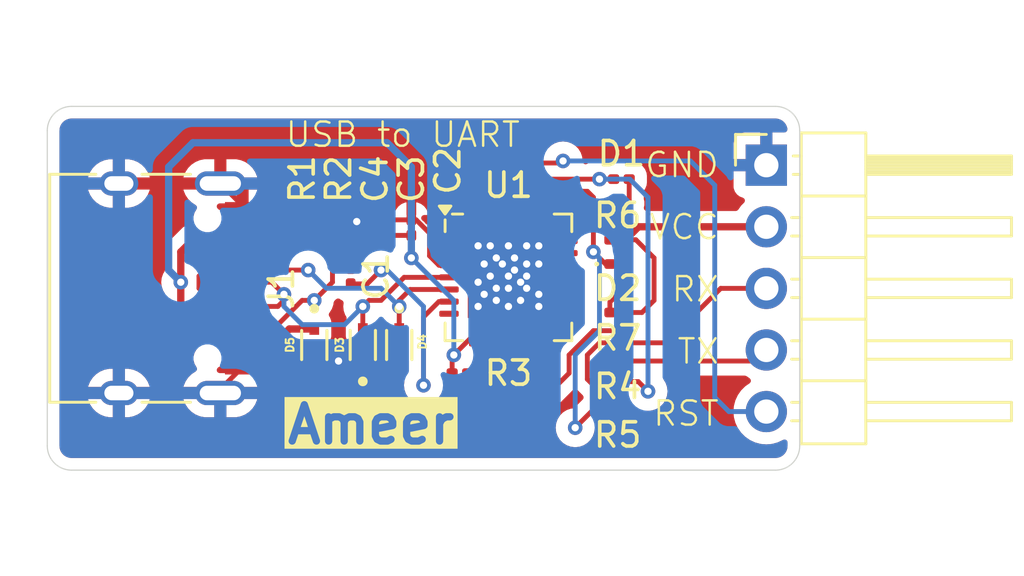
<source format=kicad_pcb>
(kicad_pcb (version 20241229) (generator "pcbnew") (generator_version "9.0")
  (layers (0 "F.Cu" signal) (2 "B.Cu" signal) (13 "F.Paste" user) (15 "B.Paste" user) (5 "F.SilkS" user "F.Silkscreen") (7 "B.SilkS" user "B.Silkscreen") (1 "F.Mask" user) (3 "B.Mask" user) (25 "Edge.Cuts" user))
  (net 0 "")
  (net 1 "GND")
  (net 2 "Net-(U1-VDD)")
  (net 3 "/RST")
  (net 4 "Net-(U1-~{DTR})")
  (net 5 "/VBUS")
  (net 6 "Net-(D1-K)")
  (net 7 "Net-(D1-A)")
  (net 8 "Net-(D2-A)")
  (net 9 "Net-(D2-K)")
  (net 10 "/D+")
  (net 11 "/D-")
  (net 12 "Net-(J1-CC2)")
  (net 15 "Net-(J1-CC1)")
  (net 16 "/TX")
  (net 17 "/RX")
  (net 18 "Net-(U1-~{RST})")
  (footprint "Connector_PinHeader_2.54mm:PinHeader_1x05_P2.54mm_Horizontal" (layer "F.Cu") (at 163.625 131.925)
    (property "Reference" "J2" (hide yes))
    (property "Value" "Conn_01x05_Pin")
    (fp_line (start -1.27 -1.27) (end 0 -1.27) (stroke (width 0.12)) (layer "F.SilkS"))
    (fp_line (start -1.27 0) (end -1.27 -1.27) (stroke (width 0.12)) (layer "F.SilkS"))
    (fp_line (start 1.042929 2.16) (end 1.44 2.16) (stroke (width 0.12)) (layer "F.SilkS"))
    (fp_line (start 1.042929 2.92) (end 1.44 2.92) (stroke (width 0.12)) (layer "F.SilkS"))
    (fp_line (start 1.042929 4.7) (end 1.44 4.7) (stroke (width 0.12)) (layer "F.SilkS"))
    (fp_line (start 1.042929 5.46) (end 1.44 5.46) (stroke (width 0.12)) (layer "F.SilkS"))
    (fp_line (start 1.042929 7.24) (end 1.44 7.24) (stroke (width 0.12)) (layer "F.SilkS"))
    (fp_line (start 1.042929 8) (end 1.44 8) (stroke (width 0.12)) (layer "F.SilkS"))
    (fp_line (start 1.042929 9.78) (end 1.44 9.78) (stroke (width 0.12)) (layer "F.SilkS"))
    (fp_line (start 1.042929 10.54) (end 1.44 10.54) (stroke (width 0.12)) (layer "F.SilkS"))
    (fp_line (start 1.11 -0.38) (end 1.44 -0.38) (stroke (width 0.12)) (layer "F.SilkS"))
    (fp_line (start 1.11 0.38) (end 1.44 0.38) (stroke (width 0.12)) (layer "F.SilkS"))
    (fp_line (start 1.44 -1.33) (end 1.44 11.49) (stroke (width 0.12)) (layer "F.SilkS"))
    (fp_line (start 1.44 1.27) (end 4.1 1.27) (stroke (width 0.12)) (layer "F.SilkS"))
    (fp_line (start 1.44 3.81) (end 4.1 3.81) (stroke (width 0.12)) (layer "F.SilkS"))
    (fp_line (start 1.44 6.35) (end 4.1 6.35) (stroke (width 0.12)) (layer "F.SilkS"))
    (fp_line (start 1.44 8.89) (end 4.1 8.89) (stroke (width 0.12)) (layer "F.SilkS"))
    (fp_line (start 1.44 11.49) (end 4.1 11.49) (stroke (width 0.12)) (layer "F.SilkS"))
    (fp_line (start 4.1 -1.33) (end 1.44 -1.33) (stroke (width 0.12)) (layer "F.SilkS"))
    (fp_line (start 4.1 -0.38) (end 10.1 -0.38) (stroke (width 0.12)) (layer "F.SilkS"))
    (fp_line (start 4.1 -0.32) (end 10.1 -0.32) (stroke (width 0.12)) (layer "F.SilkS"))
    (fp_line (start 4.1 -0.2) (end 10.1 -0.2) (stroke (width 0.12)) (layer "F.SilkS"))
    (fp_line (start 4.1 -0.08) (end 10.1 -0.08) (stroke (width 0.12)) (layer "F.SilkS"))
    (fp_line (start 4.1 0.04) (end 10.1 0.04) (stroke (width 0.12)) (layer "F.SilkS"))
    (fp_line (start 4.1 0.16) (end 10.1 0.16) (stroke (width 0.12)) (layer "F.SilkS"))
    (fp_line (start 4.1 0.28) (end 10.1 0.28) (stroke (width 0.12)) (layer "F.SilkS"))
    (fp_line (start 4.1 2.16) (end 10.1 2.16) (stroke (width 0.12)) (layer "F.SilkS"))
    (fp_line (start 4.1 4.7) (end 10.1 4.7) (stroke (width 0.12)) (layer "F.SilkS"))
    (fp_line (start 4.1 7.24) (end 10.1 7.24) (stroke (width 0.12)) (layer "F.SilkS"))
    (fp_line (start 4.1 9.78) (end 10.1 9.78) (stroke (width 0.12)) (layer "F.SilkS"))
    (fp_line (start 4.1 11.49) (end 4.1 -1.33) (stroke (width 0.12)) (layer "F.SilkS"))
    (fp_line (start 10.1 -0.38) (end 10.1 0.38) (stroke (width 0.12)) (layer "F.SilkS"))
    (fp_line (start 10.1 0.38) (end 4.1 0.38) (stroke (width 0.12)) (layer "F.SilkS"))
    (fp_line (start 10.1 2.16) (end 10.1 2.92) (stroke (width 0.12)) (layer "F.SilkS"))
    (fp_line (start 10.1 2.92) (end 4.1 2.92) (stroke (width 0.12)) (layer "F.SilkS"))
    (fp_line (start 10.1 4.7) (end 10.1 5.46) (stroke (width 0.12)) (layer "F.SilkS"))
    (fp_line (start 10.1 5.46) (end 4.1 5.46) (stroke (width 0.12)) (layer "F.SilkS"))
    (fp_line (start 10.1 7.24) (end 10.1 8) (stroke (width 0.12)) (layer "F.SilkS"))
    (fp_line (start 10.1 8) (end 4.1 8) (stroke (width 0.12)) (layer "F.SilkS"))
    (fp_line (start 10.1 9.78) (end 10.1 10.54) (stroke (width 0.12)) (layer "F.SilkS"))
    (fp_line (start 10.1 10.54) (end 4.1 10.54) (stroke (width 0.12)) (layer "F.SilkS"))
    (pad "1" thru_hole rect (at 0 0) (size 1.7 1.7) (drill 1) (layers "*.Cu" "*.Mask") (net 1 "GND"))
    (pad "2" thru_hole oval (at 0 2.54) (size 1.7 1.7) (drill 1) (layers "*.Cu" "*.Mask") (net 5 "/VBUS"))
    (pad "3" thru_hole oval (at 0 5.08) (size 1.7 1.7) (drill 1) (layers "*.Cu" "*.Mask") (net 17 "/RX"))
    (pad "4" thru_hole oval (at 0 7.62) (size 1.7 1.7) (drill 1) (layers "*.Cu" "*.Mask") (net 16 "/TX"))
    (pad "5" thru_hole oval (at 0 10.16) (size 1.7 1.7) (drill 1) (layers "*.Cu" "*.Mask") (net 3 "/RST"))
  )
  (footprint "LESD5D5.0CT1G:TVS_LESD5D5.0CT1G" (layer "F.Cu") (at 145 139.34 -90)
    (property "Reference" "D5" (at 0 1 90) (layer "F.SilkS") (effects (font (size 0.32 0.32))))
    (property "Value" "LESD5D5.0CT1G")
    (fp_line (start 0.6 0.52) (end -0.6 0.52) (stroke (width 0.127)) (layer "F.SilkS"))
    (fp_line (start -0.6 -0.52) (end 0.6 -0.52) (stroke (width 0.127)) (layer "F.SilkS"))
    (fp_circle (center -1.5 0) (end -1.4 0) (stroke (width 0.2)) (fill no) (layer "F.SilkS"))
    (pad "1" smd rect (at -0.66 0 270) (size 0.48 0.4) (layers "F.Cu" "F.Mask" "F.Paste") (net 5 "/VBUS"))
    (pad "2" smd rect (at 0.66 0 270) (size 0.48 0.4) (layers "F.Cu" "F.Mask" "F.Paste") (net 1 "GND"))
  )
  (footprint "Resistor_SMD:R_0201_0603Metric" (layer "F.Cu") (at 157.5 135 180)
    (property "Reference" "R6" (at 0 1 0) (layer "F.SilkS"))
    (property "Value" "1K")
    (pad "1" smd roundrect (at -0.32 0 180) (size 0.46 0.4) (layers "F.Cu" "F.Mask") (net 5 "/VBUS"))
    (pad "2" smd roundrect (at 0.32 0 180) (size 0.46 0.4) (layers "F.Cu" "F.Mask") (net 7 "Net-(D1-A)"))
  )
  (footprint "LESD5D5.0CT1G:TVS_LESD5D5.0CT1G" (layer "F.Cu") (at 148.5 139.34 -90)
    (property "Reference" "D4" (at -0.134 -0.9532 90) (layer "F.SilkS") (effects (font (size 0.32 0.32))))
    (property "Value" "LESD5D5.0CT1G")
    (fp_line (start 0.6 0.52) (end -0.6 0.52) (stroke (width 0.127)) (layer "F.SilkS"))
    (fp_line (start -0.6 -0.52) (end 0.6 -0.52) (stroke (width 0.127)) (layer "F.SilkS"))
    (fp_circle (center -1.5 0) (end -1.4 0) (stroke (width 0.2)) (fill no) (layer "F.SilkS"))
    (pad "1" smd rect (at -0.66 0 270) (size 0.48 0.4) (layers "F.Cu" "F.Mask" "F.Paste") (net 11 "/D-"))
    (pad "2" smd rect (at 0.66 0 270) (size 0.48 0.4) (layers "F.Cu" "F.Mask" "F.Paste") (net 1 "GND"))
  )
  (footprint "Resistor_SMD:R_0201_0603Metric" (layer "F.Cu") (at 144.5 134.5 90)
    (property "Reference" "R1" (at 2 0 90) (layer "F.SilkS"))
    (property "Value" "5.1K")
    (pad "1" smd roundrect (at -0.32 0 90) (size 0.46 0.4) (layers "F.Cu" "F.Mask") (net 15 "Net-(J1-CC1)"))
    (pad "2" smd roundrect (at 0.32 0 90) (size 0.46 0.4) (layers "F.Cu" "F.Mask") (net 1 "GND"))
  )
  (footprint "Package_DFN_QFN:QFN-28-1EP_5x5mm_P0.5mm_EP3.35x3.35mm" (layer "F.Cu") (at 153 136.55)
    (property "Reference" "U1" (at 0 -3.8 0) (layer "F.SilkS"))
    (property "Value" "CP2102N-Axx-xQFN28")
    (fp_line (start -2.61 -1.885) (end -2.61 -2.37) (stroke (width 0.12)) (layer "F.SilkS"))
    (fp_line (start -2.61 2.61) (end -2.61 1.885) (stroke (width 0.12)) (layer "F.SilkS"))
    (fp_line (start -1.885 -2.61) (end -2.31 -2.61) (stroke (width 0.12)) (layer "F.SilkS"))
    (fp_line (start -1.885 2.61) (end -2.61 2.61) (stroke (width 0.12)) (layer "F.SilkS"))
    (fp_line (start 1.885 -2.61) (end 2.61 -2.61) (stroke (width 0.12)) (layer "F.SilkS"))
    (fp_line (start 1.885 2.61) (end 2.61 2.61) (stroke (width 0.12)) (layer "F.SilkS"))
    (fp_line (start 2.61 -2.61) (end 2.61 -1.885) (stroke (width 0.12)) (layer "F.SilkS"))
    (fp_line (start 2.61 2.61) (end 2.61 1.885) (stroke (width 0.12)) (layer "F.SilkS"))
    (fp_poly (pts (xy -2.61 -2.61) (xy -2.85 -2.94) (xy -2.37 -2.94) (xy -2.61 -2.61)) (stroke (width 0.12)) (fill yes) (layer "F.SilkS"))
    (pad "1" smd roundrect (at -2.45 -1.5) (size 0.8 0.25) (layers "F.Cu" "F.Mask" "F.Paste"))
    (pad "2" smd roundrect (at -2.45 -1) (size 0.8 0.25) (layers "F.Cu" "F.Mask" "F.Paste"))
    (pad "3" smd roundrect (at -2.45 -0.5) (size 0.8 0.25) (layers "F.Cu" "F.Mask" "F.Paste") (net 1 "GND"))
    (pad "4" smd roundrect (at -2.45 0) (size 0.8 0.25) (layers "F.Cu" "F.Mask" "F.Paste") (net 10 "/D+"))
    (pad "5" smd roundrect (at -2.45 0.5) (size 0.8 0.25) (layers "F.Cu" "F.Mask" "F.Paste") (net 11 "/D-"))
    (pad "6" smd roundrect (at -2.45 1) (size 0.8 0.25) (layers "F.Cu" "F.Mask" "F.Paste") (net 2 "Net-(U1-VDD)"))
    (pad "7" smd roundrect (at -2.45 1.5) (size 0.8 0.25) (layers "F.Cu" "F.Mask" "F.Paste") (net 5 "/VBUS"))
    (pad "8" smd roundrect (at -1.5 2.45) (size 0.25 0.8) (layers "F.Cu" "F.Mask" "F.Paste") (net 5 "/VBUS"))
    (pad "9" smd roundrect (at -1 2.45) (size 0.25 0.8) (layers "F.Cu" "F.Mask" "F.Paste") (net 18 "Net-(U1-~{RST})"))
    (pad "10" smd roundrect (at -0.5 2.45) (size 0.25 0.8) (layers "F.Cu" "F.Mask" "F.Paste"))
    (pad "11" smd roundrect (at 0 2.45) (size 0.25 0.8) (layers "F.Cu" "F.Mask" "F.Paste"))
    (pad "12" smd roundrect (at 0.5 2.45) (size 0.25 0.8) (layers "F.Cu" "F.Mask" "F.Paste"))
    (pad "13" smd roundrect (at 1 2.45) (size 0.25 0.8) (layers "F.Cu" "F.Mask" "F.Paste"))
    (pad "14" smd roundrect (at 1.5 2.45) (size 0.25 0.8) (layers "F.Cu" "F.Mask" "F.Paste"))
    (pad "15" smd roundrect (at 2.45 1.5) (size 0.8 0.25) (layers "F.Cu" "F.Mask" "F.Paste"))
    (pad "16" smd roundrect (at 2.45 1) (size 0.8 0.25) (layers "F.Cu" "F.Mask" "F.Paste"))
    (pad "17" smd roundrect (at 2.45 0.5) (size 0.8 0.25) (layers "F.Cu" "F.Mask" "F.Paste"))
    (pad "18" smd roundrect (at 2.45 0) (size 0.8 0.25) (layers "F.Cu" "F.Mask" "F.Paste"))
    (pad "19" smd roundrect (at 2.45 -0.5) (size 0.8 0.25) (layers "F.Cu" "F.Mask" "F.Paste"))
    (pad "20" smd roundrect (at 2.45 -1) (size 0.8 0.25) (layers "F.Cu" "F.Mask" "F.Paste"))
    (pad "21" smd roundrect (at 2.45 -1.5) (size 0.8 0.25) (layers "F.Cu" "F.Mask" "F.Paste"))
    (pad "22" smd roundrect (at 1.5 -2.45) (size 0.25 0.8) (layers "F.Cu" "F.Mask" "F.Paste"))
    (pad "23" smd roundrect (at 1 -2.45) (size 0.25 0.8) (layers "F.Cu" "F.Mask" "F.Paste"))
    (pad "24" smd roundrect (at 0.5 -2.45) (size 0.25 0.8) (layers "F.Cu" "F.Mask" "F.Paste"))
    (pad "25" smd roundrect (at 0 -2.45) (size 0.25 0.8) (layers "F.Cu" "F.Mask" "F.Paste") (net 9 "Net-(D2-K)"))
    (pad "26" smd roundrect (at -0.5 -2.45) (size 0.25 0.8) (layers "F.Cu" "F.Mask" "F.Paste") (net 6 "Net-(D1-K)"))
    (pad "27" smd roundrect (at -1 -2.45) (size 0.25 0.8) (layers "F.Cu" "F.Mask" "F.Paste"))
    (pad "28" smd roundrect (at -1.5 -2.45) (size 0.25 0.8) (layers "F.Cu" "F.Mask" "F.Paste") (net 4 "Net-(U1-~{DTR})"))
    (pad "29" smd rect (at 0 0) (size 3.35 3.35) (property pad_prop_heatsink) (layers "F.Cu" "F.Mask") (net 1 "GND"))
  )
  (footprint "LED_SMD:LED_0201_0603Metric" (layer "F.Cu") (at 157.655 132.5)
    (property "Reference" "D1" (at 0 -1.05 0) (layer "F.SilkS"))
    (property "Value" "LED")
    (fp_circle (center -0.86 0) (end -0.81 0) (stroke (width 0.1)) (fill no) (layer "F.SilkS"))
    (pad "1" smd roundrect (at -0.32 0) (size 0.46 0.4) (layers "F.Cu" "F.Mask") (net 6 "Net-(D1-K)"))
    (pad "2" smd roundrect (at 0.32 0) (size 0.46 0.4) (layers "F.Cu" "F.Mask") (net 7 "Net-(D1-A)"))
  )
  (footprint "Resistor_SMD:R_0201_0603Metric" (layer "F.Cu") (at 151 140.5)
    (property "Reference" "R3" (at 2 0 0) (layer "F.SilkS"))
    (property "Value" "10K")
    (pad "1" smd roundrect (at -0.32 0) (size 0.46 0.4) (layers "F.Cu" "F.Mask") (net 5 "/VBUS"))
    (pad "2" smd roundrect (at 0.32 0) (size 0.46 0.4) (layers "F.Cu" "F.Mask") (net 18 "Net-(U1-~{RST})"))
  )
  (footprint "Connector_USB:USB_C_Receptacle_HRO_TYPE-C-31-M-12" (layer "F.Cu") (at 138 137 -90)
    (property "Reference" "J1" (at 0 -5.645 90) (layer "F.SilkS"))
    (property "Value" "USB_C_Receptacle_USB2.0_16P")
    (fp_line (start -4.7 3.9) (end 4.7 3.9) (stroke (width 0.12)) (layer "F.SilkS"))
    (fp_line (start -4.7 2) (end -4.7 3.9) (stroke (width 0.12)) (layer "F.SilkS"))
    (fp_line (start 4.7 2) (end 4.7 3.9) (stroke (width 0.12)) (layer "F.SilkS"))
    (fp_line (start -4.7 -1.9) (end -4.7 0.1) (stroke (width 0.12)) (layer "F.SilkS"))
    (fp_line (start 4.7 -1.9) (end 4.7 0.1) (stroke (width 0.12)) (layer "F.SilkS"))
    (pad "" np_thru_hole circle (at -2.89 -2.6 270) (size 0.65 0.65) (drill 0.65) (layers "*.Cu" "*.Mask"))
    (pad "" np_thru_hole circle (at 2.89 -2.6 270) (size 0.65 0.65) (drill 0.65) (layers "*.Cu" "*.Mask"))
    (pad "A1" smd rect (at -3.25 -4.045 270) (size 0.6 1.45) (layers "F.Cu" "F.Mask" "F.Paste") (net 1 "GND"))
    (pad "A4" smd rect (at -2.45 -4.045 270) (size 0.6 1.45) (layers "F.Cu" "F.Mask" "F.Paste") (net 5 "/VBUS"))
    (pad "A5" smd rect (at -1.25 -4.045 270) (size 0.3 1.45) (layers "F.Cu" "F.Mask" "F.Paste") (net 15 "Net-(J1-CC1)"))
    (pad "A6" smd rect (at -0.25 -4.045 270) (size 0.3 1.45) (layers "F.Cu" "F.Mask" "F.Paste") (net 10 "/D+"))
    (pad "A7" smd rect (at 0.25 -4.045 270) (size 0.3 1.45) (layers "F.Cu" "F.Mask" "F.Paste") (net 11 "/D-"))
    (pad "A8" smd rect (at 1.25 -4.045 270) (size 0.3 1.45) (layers "F.Cu" "F.Mask" "F.Paste"))
    (pad "A9" smd rect (at 2.45 -4.045 270) (size 0.6 1.45) (layers "F.Cu" "F.Mask" "F.Paste") (net 5 "/VBUS"))
    (pad "A12" smd rect (at 3.25 -4.045 270) (size 0.6 1.45) (layers "F.Cu" "F.Mask" "F.Paste") (net 1 "GND"))
    (pad "B1" smd rect (at 3.25 -4.045 270) (size 0.6 1.45) (layers "F.Cu" "F.Mask" "F.Paste") (net 1 "GND"))
    (pad "B4" smd rect (at 2.45 -4.045 270) (size 0.6 1.45) (layers "F.Cu" "F.Mask" "F.Paste") (net 5 "/VBUS"))
    (pad "B5" smd rect (at 1.75 -4.045 270) (size 0.3 1.45) (layers "F.Cu" "F.Mask" "F.Paste") (net 12 "Net-(J1-CC2)"))
    (pad "B6" smd rect (at 0.75 -4.045 270) (size 0.3 1.45) (layers "F.Cu" "F.Mask" "F.Paste") (net 10 "/D+"))
    (pad "B7" smd rect (at -0.75 -4.045 270) (size 0.3 1.45) (layers "F.Cu" "F.Mask" "F.Paste") (net 11 "/D-"))
    (pad "B8" smd rect (at -1.75 -4.045 270) (size 0.3 1.45) (layers "F.Cu" "F.Mask" "F.Paste"))
    (pad "B9" smd rect (at -2.45 -4.045 270) (size 0.6 1.45) (layers "F.Cu" "F.Mask" "F.Paste") (net 5 "/VBUS"))
    (pad "B12" smd rect (at -3.25 -4.045 270) (size 0.6 1.45) (layers "F.Cu" "F.Mask" "F.Paste") (net 1 "GND"))
    (pad "S1" thru_hole oval (at -4.32 -3.13 270) (size 1 2.1) (drill oval 0.6 1.7) (layers "*.Cu" "*.Mask") (net 1 "GND"))
    (pad "S1" thru_hole oval (at -4.32 1.05 270) (size 1 1.6) (drill oval 0.6 1.2) (layers "*.Cu" "*.Mask") (net 1 "GND"))
    (pad "S1" thru_hole oval (at 4.32 -3.13 270) (size 1 2.1) (drill oval 0.6 1.7) (layers "*.Cu" "*.Mask") (net 1 "GND"))
    (pad "S1" thru_hole oval (at 4.32 1.05 270) (size 1 1.6) (drill oval 0.6 1.2) (layers "*.Cu" "*.Mask") (net 1 "GND"))
  )
  (footprint "Capacitor_SMD:C_0201_0603Metric" (layer "F.Cu") (at 146.5 136.5 -90)
    (property "Reference" "C1" (at 0 -1.05 90) (layer "F.SilkS"))
    (property "Value" "100nF")
    (pad "1" smd roundrect (at -0.32 0 270) (size 0.46 0.4) (layers "F.Cu" "F.Mask") (net 1 "GND"))
    (pad "2" smd roundrect (at 0.32 0 270) (size 0.46 0.4) (layers "F.Cu" "F.Mask") (net 2 "Net-(U1-VDD)"))
  )
  (footprint "Resistor_SMD:R_0201_0603Metric" (layer "F.Cu") (at 157.5 138 180)
    (property "Reference" "R7" (at 0 -1.05 0) (layer "F.SilkS"))
    (property "Value" "1K")
    (pad "1" smd roundrect (at -0.32 0 180) (size 0.46 0.4) (layers "F.Cu" "F.Mask") (net 5 "/VBUS"))
    (pad "2" smd roundrect (at 0.32 0 180) (size 0.46 0.4) (layers "F.Cu" "F.Mask") (net 8 "Net-(D2-A)"))
  )
  (footprint "LED_SMD:LED_0201_0603Metric" (layer "F.Cu") (at 157.5 136)
    (property "Reference" "D2" (at 0 1 0) (layer "F.SilkS"))
    (property "Value" "LED")
    (fp_circle (center -0.86 0) (end -0.81 0) (stroke (width 0.1)) (fill no) (layer "F.SilkS"))
    (pad "1" smd roundrect (at -0.32 0) (size 0.46 0.4) (layers "F.Cu" "F.Mask") (net 9 "Net-(D2-K)"))
    (pad "2" smd roundrect (at 0.32 0) (size 0.46 0.4) (layers "F.Cu" "F.Mask") (net 8 "Net-(D2-A)"))
  )
  (footprint "Capacitor_SMD:C_0201_0603Metric" (layer "F.Cu") (at 147.5 134.5 90)
    (property "Reference" "C4" (at 2 0 90) (layer "F.SilkS"))
    (property "Value" "100nF")
    (pad "1" smd roundrect (at -0.32 0 90) (size 0.46 0.4) (layers "F.Cu" "F.Mask") (net 5 "/VBUS"))
    (pad "2" smd roundrect (at 0.32 0 90) (size 0.46 0.4) (layers "F.Cu" "F.Mask") (net 1 "GND"))
  )
  (footprint "Resistor_SMD:R_0201_0603Metric" (layer "F.Cu") (at 157.5 140 180)
    (property "Reference" "R4" (at 0 -1.05 0) (layer "F.SilkS"))
    (property "Value" "1K")
    (pad "1" smd roundrect (at -0.32 0 180) (size 0.46 0.4) (layers "F.Cu" "F.Mask") (net 16 "/TX"))
    (pad "2" smd roundrect (at 0.32 0 180) (size 0.46 0.4) (layers "F.Cu" "F.Mask") (net 6 "Net-(D1-K)"))
  )
  (footprint "Resistor_SMD:R_0201_0603Metric" (layer "F.Cu") (at 146 134.5 90)
    (property "Reference" "R2" (at 2 0 90) (layer "F.SilkS"))
    (property "Value" "5.1K")
    (pad "1" smd roundrect (at -0.32 0 90) (size 0.46 0.4) (layers "F.Cu" "F.Mask") (net 12 "Net-(J1-CC2)"))
    (pad "2" smd roundrect (at 0.32 0 90) (size 0.46 0.4) (layers "F.Cu" "F.Mask") (net 1 "GND"))
  )
  (footprint "Capacitor_SMD:C_0201_0603Metric" (layer "F.Cu") (at 149 134.5 90)
    (property "Reference" "C3" (at 2 0 90) (layer "F.SilkS"))
    (property "Value" "100nF")
    (pad "1" smd roundrect (at -0.32 0 90) (size 0.46 0.4) (layers "F.Cu" "F.Mask") (net 5 "/VBUS"))
    (pad "2" smd roundrect (at 0.32 0 90) (size 0.46 0.4) (layers "F.Cu" "F.Mask") (net 1 "GND"))
  )
  (footprint "LESD5D5.0CT1G:TVS_LESD5D5.0CT1G" (layer "F.Cu") (at 147 139.34 90)
    (property "Reference" "D3" (at 0 -0.9532 90) (layer "F.SilkS") (effects (font (size 0.32 0.32))))
    (property "Value" "LESD5D5.0CT1G")
    (fp_line (start -0.6 -0.52) (end 0.6 -0.52) (stroke (width 0.127)) (layer "F.SilkS"))
    (fp_line (start 0.6 0.52) (end -0.6 0.52) (stroke (width 0.127)) (layer "F.SilkS"))
    (fp_circle (center -1.5 0) (end -1.4 0) (stroke (width 0.2)) (fill no) (layer "F.SilkS"))
    (pad "1" smd rect (at -0.66 0 90) (size 0.48 0.4) (layers "F.Cu" "F.Mask" "F.Paste") (net 1 "GND"))
    (pad "2" smd rect (at 0.66 0 90) (size 0.48 0.4) (layers "F.Cu" "F.Mask" "F.Paste") (net 10 "/D+"))
  )
  (footprint "Capacitor_SMD:C_0201_0603Metric" (layer "F.Cu") (at 151.5 132.155 -90)
    (property "Reference" "C2" (at 0 1 90) (layer "F.SilkS"))
    (property "Value" "100nF")
    (pad "1" smd roundrect (at -0.32 0 270) (size 0.46 0.4) (layers "F.Cu" "F.Mask") (net 3 "/RST"))
    (pad "2" smd roundrect (at 0.32 0 270) (size 0.46 0.4) (layers "F.Cu" "F.Mask") (net 4 "Net-(U1-~{DTR})"))
  )
  (footprint "Resistor_SMD:R_0201_0603Metric" (layer "F.Cu") (at 157.5 142 180)
    (property "Reference" "R5" (at 0 -1.05 0) (layer "F.SilkS"))
    (property "Value" "1K")
    (pad "1" smd roundrect (at -0.32 0 180) (size 0.46 0.4) (layers "F.Cu" "F.Mask") (net 17 "/RX"))
    (pad "2" smd roundrect (at 0.32 0 180) (size 0.46 0.4) (layers "F.Cu" "F.Mask") (net 9 "Net-(D2-K)"))
  )
  (gr_line (start 165 130.5) (end 165 143.5) (stroke (width 0.05)) (layer "Edge.Cuts"))
  (gr_line (start 134 130.5) (end 134 143.5) (stroke (width 0.05)) (layer "Edge.Cuts"))
  (gr_line (start 135 129.5) (end 164 129.5) (stroke (width 0.05)) (layer "Edge.Cuts"))
  (gr_line (start 135 144.5) (end 164 144.5) (stroke (width 0.05)) (layer "Edge.Cuts"))
  (gr_arc (start 135 144.5) (mid 134.292893 144.207107) (end 134 143.5) (stroke (width 0.05)) (layer "Edge.Cuts"))
  (gr_arc (start 165 143.5) (mid 164.707107 144.207107) (end 164 144.5) (stroke (width 0.05)) (layer "Edge.Cuts"))
  (gr_arc (start 164 129.5) (mid 164.707107 129.792893) (end 165 130.5) (stroke (width 0.05)) (layer "Edge.Cuts"))
  (gr_arc (start 134 130.5) (mid 134.292893 129.792893) (end 135 129.5) (stroke (width 0.05)) (layer "Edge.Cuts"))
  (gr_text "Ameer" (at 143.75 143.5 0) (layer "F.SilkS" knockout) (effects (font (size 1.5 1.5) (thickness 0.3) (bold yes)) (justify left bottom)))
  (gr_text "USB to UART" (at 143.75 131.25 0) (layer "F.SilkS") (effects (font (size 1 1) (thickness 0.1)) (justify left bottom)))
  (gr_text "RX" (at 159.654762 137.625 0) (layer "F.SilkS") (effects (font (size 1 1) (thickness 0.1)) (justify left bottom)))
  (gr_text "GND" (at 158.559524 132.5 0) (layer "F.SilkS") (effects (font (size 1 1) (thickness 0.1)) (justify left bottom)))
  (gr_text "TX" (at 159.892857 140.1875 0) (layer "F.SilkS") (effects (font (size 1 1) (thickness 0.1)) (justify left bottom)))
  (gr_text "RST" (at 158.892857 142.75 0) (layer "F.SilkS") (effects (font (size 1 1) (thickness 0.1)) (justify left bottom)))
  (gr_text "VCC" (at 158.75 135.0625 0) (layer "F.SilkS") (effects (font (size 1 1) (thickness 0.1)) (justify left bottom)))
  (segment (start 136.95 132.68) (end 141.13 132.68) (width 0.2) (layer "F.Cu") (net 1))
  (segment (start 150.55 136.05) (end 150.135614 136.05) (width 0.2) (layer "F.Cu") (net 1))
  (segment (start 157 130.5) (end 149.75 130.5) (width 0.3) (layer "F.Cu") (net 1))
  (segment (start 144.75 140.25) (end 145 140) (width 0.2) (layer "F.Cu") (net 1))
  (segment (start 149.199999 134.18) (end 149 134.18) (width 0.2) (layer "F.Cu") (net 1))
  (segment (start 146 134.18) (end 144.5 134.18) (width 0.2) (layer "F.Cu") (net 1))
  (segment (start 136.95 141.32) (end 141.13 141.32) (width 0.2) (layer "F.Cu") (net 1))
  (segment (start 142.045 133.75) (end 142.045 133.595) (width 0.2) (layer "F.Cu") (net 1))
  (segment (start 149 131.25) (end 149 134.18) (width 0.3) (layer "F.Cu") (net 1))
  (segment (start 142.045 133.595) (end 141.13 132.68) (width 0.2) (layer "F.Cu") (net 1))
  (segment (start 145 140) (end 146 140) (width 0.2) (layer "F.Cu") (net 1))
  (segment (start 149.75 130.5) (end 149 131.25) (width 0.3) (layer "F.Cu") (net 1))
  (segment (start 142.045 133.75) (end 144.07 133.75) (width 0.2) (layer "F.Cu") (net 1))
  (segment (start 147.5 134.18) (end 146.82 134.18) (width 0.2) (layer "F.Cu") (net 1))
  (segment (start 146.82 134.18) (end 146.75 134.25) (width 0.2) (layer "F.Cu") (net 1))
  (segment (start 149 134.18) (end 147.5 134.18) (width 0.2) (layer "F.Cu") (net 1))
  (segment (start 146.5 135.75) (end 146.75 135.5) (width 0.2) (layer "F.Cu") (net 1))
  (segment (start 146.75 135.5) (end 146.75 134.25) (width 0.2) (layer "F.Cu") (net 1))
  (segment (start 141.13 141.165) (end 142.045 140.25) (width 0.2) (layer "F.Cu") (net 1))
  (segment (start 141.13 141.32) (end 141.13 141.165) (width 0.2) (layer "F.Cu") (net 1))
  (segment (start 142.045 140.25) (end 144.75 140.25) (width 0.2) (layer "F.Cu") (net 1))
  (segment (start 158.25 130.75) (end 157.25 130.75) (width 0.3) (layer "F.Cu") (net 1))
  (segment (start 149.75 134.730001) (end 149.199999 134.18) (width 0.2) (layer "F.Cu") (net 1))
  (segment (start 149.75 135.664386) (end 149.75 134.730001) (width 0.2) (layer "F.Cu") (net 1))
  (segment (start 148.5 140) (end 147 140) (width 0.2) (layer "F.Cu") (net 1))
  (segment (start 144.07 133.75) (end 144.5 134.18) (width 0.2) (layer "F.Cu") (net 1))
  (segment (start 150.135614 136.05) (end 149.75 135.664386) (width 0.2) (layer "F.Cu") (net 1))
  (segment (start 146.5 136.18) (end 146.5 135.75) (width 0.2) (layer "F.Cu") (net 1))
  (segment (start 150.55 136.05) (end 151.05 136.05) (width 0.2) (layer "F.Cu") (net 1))
  (segment (start 146 140) (end 147 140) (width 0.2) (layer "F.Cu") (net 1))
  (segment (start 151.05 136.05) (end 151.75 136.75) (width 0.2) (layer "F.Cu") (net 1))
  (segment (start 146.75 134.25) (end 146.68 134.18) (width 0.2) (layer "F.Cu") (net 1))
  (segment (start 157.25 130.75) (end 157 130.5) (width 0.3) (layer "F.Cu") (net 1))
  (segment (start 159.425 131.925) (end 158.25 130.75) (width 0.3) (layer "F.Cu") (net 1))
  (segment (start 163.625 131.925) (end 159.425 131.925) (width 0.3) (layer "F.Cu") (net 1))
  (segment (start 146.68 134.18) (end 146 134.18) (width 0.2) (layer "F.Cu") (net 1))
  (via (at 151.75 137.75) (size 0.6) (drill 0.3) (layers "F.Cu" "B.Cu") (net 1))
  (via (at 153 135.25) (size 0.6) (drill 0.3) (layers "F.Cu" "B.Cu") (net 1))
  (via (at 153 137) (size 0.6) (drill 0.3) (layers "F.Cu" "B.Cu") (net 1))
  (via (at 152.25 136.5) (size 0.6) (drill 0.3) (layers "F.Cu" "B.Cu") (net 1))
  (via (at 153.5 136.75) (size 0.6) (drill 0.3) (layers "F.Cu" "B.Cu") (net 1))
  (via (at 152.5 135.75) (size 0.6) (drill 0.3) (layers "F.Cu" "B.Cu") (net 1))
  (via (at 152.25 135.25) (size 0.6) (drill 0.3) (layers "F.Cu" "B.Cu") (net 1))
  (via (at 154.25 137.25) (size 0.6) (drill 0.3) (layers "F.Cu" "B.Cu") (net 1))
  (via (at 146.75 134.25) (size 0.6) (drill 0.3) (layers "F.Cu" "B.Cu") (net 1))
  (via (at 152.75 136) (size 0.6) (drill 0.3) (layers "F.Cu" "B.Cu") (net 1))
  (via (at 153.25 136.25) (size 0.6) (drill 0.3) (layers "F.Cu" "B.Cu") (net 1))
  (via (at 152.5 137) (size 0.6) (drill 0.3) (layers "F.Cu" "B.Cu") (net 1))
  (via (at 154.25 136) (size 0.6) (drill 0.3) (layers "F.Cu" "B.Cu") (net 1))
  (via (at 154.25 135.25) (size 0.6) (drill 0.3) (layers "F.Cu" "B.Cu") (net 1))
  (via (at 153.75 136) (size 0.6) (drill 0.3) (layers "F.Cu" "B.Cu") (net 1))
  (via (at 153.25 135.75) (size 0.6) (drill 0.3) (layers "F.Cu" "B.Cu") (net 1))
  (via (at 153 136.5) (size 0.6) (drill 0.3) (layers "F.Cu" "B.Cu") (net 1))
  (via (at 152.5 137.5) (size 0.6) (drill 0.3) (layers "F.Cu" "B.Cu") (net 1))
  (via (at 152 137.25) (size 0.6) (drill 0.3) (layers "F.Cu" "B.Cu") (net 1))
  (via (at 153 137.75) (size 0.6) (drill 0.3) (layers "F.Cu" "B.Cu") (net 1))
  (via (at 153.5 137.5) (size 0.6) (drill 0.3) (layers "F.Cu" "B.Cu") (net 1))
  (via (at 151.75 135.25) (size 0.6) (drill 0.3) (layers "F.Cu" "B.Cu") (net 1))
  (via (at 146 140) (size 0.6) (drill 0.3) (layers "F.Cu" "B.Cu") (net 1))
  (via (at 154.25 137.75) (size 0.6) (drill 0.3) (layers "F.Cu" "B.Cu") (net 1))
  (via (at 153.75 137) (size 0.6) (drill 0.3) (layers "F.Cu" "B.Cu") (net 1))
  (via (at 151.75 136.75) (size 0.6) (drill 0.3) (layers "F.Cu" "B.Cu") (net 1))
  (via (at 153.75 136.5) (size 0.6) (drill 0.3) (layers "F.Cu" "B.Cu") (net 1))
  (via (at 153.75 135.25) (size 0.6) (drill 0.3) (layers "F.Cu" "B.Cu") (net 1))
  (via (at 152 136) (size 0.6) (drill 0.3) (layers "F.Cu" "B.Cu") (net 1))
  (segment (start 143.25 134.25) (end 146.75 134.25) (width 0.2) (layer "B.Cu") (net 1))
  (segment (start 142.75 138.75) (end 142.75 134.75) (width 0.2) (layer "B.Cu") (net 1))
  (segment (start 144 140) (end 142.75 138.75) (width 0.2) (layer "B.Cu") (net 1))
  (segment (start 146 140) (end 144 140) (width 0.2) (layer "B.Cu") (net 1))
  (segment (start 142.75 134.75) (end 143.25 134.25) (width 0.2) (layer "B.Cu") (net 1))
  (segment (start 150.55 137.55) (end 150.135614 137.55) (width 0.2) (layer "F.Cu") (net 2))
  (segment (start 149.5 138.185614) (end 149.5 141) (width 0.2) (layer "F.Cu") (net 2))
  (segment (start 147.18 136.82) (end 147.75 136.25) (width 0.2) (layer "F.Cu") (net 2))
  (segment (start 146.5 136.82) (end 147.18 136.82) (width 0.2) (layer "F.Cu") (net 2))
  (segment (start 150.135614 137.55) (end 149.5 138.185614) (width 0.2) (layer "F.Cu") (net 2))
  (via (at 149.5 141) (size 0.6) (drill 0.3) (layers "F.Cu" "B.Cu") (net 2))
  (via (at 147.75 136.25) (size 0.6) (drill 0.3) (layers "F.Cu" "B.Cu") (net 2))
  (segment (start 149.5 137.75) (end 148 136.25) (width 0.2) (layer "B.Cu") (net 2))
  (segment (start 148 136.25) (end 147.75 136.25) (width 0.2) (layer "B.Cu") (net 2))
  (segment (start 149.5 141) (end 149.5 137.75) (width 0.2) (layer "B.Cu") (net 2))
  (segment (start 155.165 131.835) (end 155.25 131.75) (width 0.2) (layer "F.Cu") (net 3))
  (segment (start 151.5 131.835) (end 155.165 131.835) (width 0.2) (layer "F.Cu") (net 3))
  (via (at 155.25 131.75) (size 0.6) (drill 0.3) (layers "F.Cu" "B.Cu") (net 3))
  (segment (start 162.085 142.085) (end 161.5 141.5) (width 0.2) (layer "B.Cu") (net 3))
  (segment (start 160.5 131.75) (end 155.25 131.75) (width 0.2) (layer "B.Cu") (net 3))
  (segment (start 163.625 142.085) (end 162.085 142.085) (width 0.2) (layer "B.Cu") (net 3))
  (segment (start 161.5 132.75) (end 160.5 131.75) (width 0.2) (layer "B.Cu") (net 3))
  (segment (start 161.5 141.5) (end 161.5 132.75) (width 0.2) (layer "B.Cu") (net 3))
  (segment (start 151.5 134.1) (end 151.5 132.475) (width 0.2) (layer "F.Cu") (net 4))
  (segment (start 139.5 136.75) (end 139.5 138.25) (width 0.3) (layer "F.Cu") (net 5))
  (segment (start 151.5 139) (end 150.75 139.75) (width 0.2) (layer "F.Cu") (net 5))
  (segment (start 150.75 139.75) (end 150.68 139.82) (width 0.2) (layer "F.Cu") (net 5))
  (segment (start 141.185305 134.55) (end 140.735305 135) (width 0.3) (layer "F.Cu") (net 5))
  (segment (start 163.625 134.465) (end 158.355 134.465) (width 0.3) (layer "F.Cu") (net 5))
  (segment (start 155.5 139.75) (end 155.5 140.5) (width 0.2) (layer "F.Cu") (net 5))
  (segment (start 158.25 135) (end 157.82 135) (width 0.2) (layer "F.Cu") (net 5))
  (segment (start 150.68 140.699999) (end 150.68 140.5) (width 0.2) (layer "F.Cu") (net 5))
  (segment (start 140.22 138.5) (end 140.97 139.25) (width 0.3) (layer "F.Cu") (net 5))
  (segment (start 157.5 138.75) (end 156.5 138.75) (width 0.2) (layer "F.Cu") (net 5))
  (segment (start 139.5 135.5) (end 139.5 136.75) (width 0.3) (layer "F.Cu") (net 5))
  (segment (start 142.045 134.55) (end 141.185305 134.55) (width 0.3) (layer "F.Cu") (net 5))
  (segment (start 158.5 138) (end 159 137.5) (width 0.2) (layer "F.Cu") (net 5))
  (segment (start 156.5 138.75) (end 155.5 139.75) (width 0.2) (layer "F.Cu") (net 5))
  (segment (start 157.82 138) (end 157.82 138.43) (width 0.2) (layer "F.Cu") (net 5))
  (segment (start 140.735305 135) (end 140 135) (width 0.3) (layer "F.Cu") (net 5))
  (segment (start 143.97 138.68) (end 145 138.68) (width 0.3) (layer "F.Cu") (net 5))
  (segment (start 149 134.82) (end 147.5 134.82) (width 0.2) (layer "F.Cu") (net 5))
  (segment (start 150.68 139.82) (end 150.68 140.5) (width 0.2) (layer "F.Cu") (net 5))
  (segment (start 158.355 134.465) (end 157.82 135) (width 0.3) (layer "F.Cu") (net 5))
  (segment (start 151.230001 141.25) (end 150.68 140.699999) (width 0.2) (layer "F.Cu") (net 5))
  (segment (start 142.045 139.45) (end 143.2 139.45) (width 0.3) (layer "F.Cu") (net 5))
  (segment (start 154.75 141.25) (end 151.230001 141.25) (width 0.2) (layer "F.Cu") (net 5))
  (segment (start 143.2 139.45) (end 143.97 138.68) (width 0.3) (layer "F.Cu") (net 5))
  (segment (start 141.845 139.25) (end 142.045 139.45) (width 0.3) (layer "F.Cu") (net 5))
  (segment (start 157.82 138) (end 158.5 138) (width 0.2) (layer "F.Cu") (net 5))
  (segment (start 155.5 140.5) (end 154.75 141.25) (width 0.2) (layer "F.Cu") (net 5))
  (segment (start 157.82 138.43) (end 157.5 138.75) (width 0.2) (layer "F.Cu") (net 5))
  (segment (start 139.5 138.25) (end 139.75 138.5) (width 0.3) (layer "F.Cu") (net 5))
  (segment (start 159 137.5) (end 159 135.75) (width 0.2) (layer "F.Cu") (net 5))
  (segment (start 159 135.75) (end 158.25 135) (width 0.2) (layer "F.Cu") (net 5))
  (segment (start 139.75 138.5) (end 140.22 138.5) (width 0.3) (layer "F.Cu") (net 5))
  (segment (start 140.97 139.25) (end 141.845 139.25) (width 0.3) (layer "F.Cu") (net 5))
  (segment (start 149 134.82) (end 149 135.75) (width 0.2) (layer "F.Cu") (net 5))
  (segment (start 140 135) (end 139.5 135.5) (width 0.3) (layer "F.Cu") (net 5))
  (via (at 150.75 139.75) (size 0.6) (drill 0.3) (layers "F.Cu" "B.Cu") (net 5))
  (via (at 149 135.75) (size 0.6) (drill 0.3) (layers "F.Cu" "B.Cu") (net 5))
  (via (at 139.5 136.75) (size 0.6) (drill 0.3) (layers "F.Cu" "B.Cu") (net 5))
  (segment (start 140 131) (end 148 131) (width 0.3) (layer "B.Cu") (net 5))
  (segment (start 148 131) (end 149 132) (width 0.3) (layer "B.Cu") (net 5))
  (segment (start 139.5 136.75) (end 139 136.25) (width 0.3) (layer "B.Cu") (net 5))
  (segment (start 149 132) (end 149 135.75) (width 0.3) (layer "B.Cu") (net 5))
  (segment (start 139 136.25) (end 139 132) (width 0.3) (layer "B.Cu") (net 5))
  (segment (start 139 132) (end 140 131) (width 0.3) (layer "B.Cu") (net 5))
  (segment (start 150.75 137.5) (end 149 135.75) (width 0.2) (layer "B.Cu") (net 5))
  (segment (start 150.75 139.75) (end 150.75 137.5) (width 0.2) (layer "B.Cu") (net 5))
  (segment (start 157.18 140.53) (end 157.5 140.85) (width 0.2) (layer "F.Cu") (net 6))
  (segment (start 157.5 140.85) (end 158.35 140.85) (width 0.2) (layer "F.Cu") (net 6))
  (segment (start 157.18 140) (end 157.18 140.53) (width 0.2) (layer "F.Cu") (net 6))
  (segment (start 153.25 132.5) (end 156.75 132.5) (width 0.2) (layer "F.Cu") (net 6))
  (segment (start 152.5 134.1) (end 152.5 133.25) (width 0.2) (layer "F.Cu") (net 6))
  (segment (start 158.35 140.85) (end 158.75 141.25) (width 0.2) (layer "F.Cu") (net 6))
  (segment (start 156.75 132.5) (end 157.335 132.5) (width 0.2) (layer "F.Cu") (net 6))
  (segment (start 152.5 133.25) (end 153.25 132.5) (width 0.2) (layer "F.Cu") (net 6))
  (via (at 158.75 141.25) (size 0.6) (drill 0.3) (layers "F.Cu" "B.Cu") (net 6))
  (via (at 156.75 132.5) (size 0.6) (drill 0.3) (layers "F.Cu" "B.Cu") (net 6))
  (segment (start 158 132.5) (end 156.75 132.5) (width 0.2) (layer "B.Cu") (net 6))
  (segment (start 158.75 133.25) (end 158 132.5) (width 0.2) (layer "B.Cu") (net 6))
  (segment (start 158.75 141.25) (end 158.75 133.25) (width 0.2) (layer "B.Cu") (net 6))
  (segment (start 157.975 133.475) (end 157.975 132.5) (width 0.2) (layer "F.Cu") (net 7))
  (segment (start 157.18 134.32) (end 158 133.5) (width 0.2) (layer "F.Cu") (net 7))
  (segment (start 158 133.5) (end 157.975 133.475) (width 0.2) (layer "F.Cu") (net 7))
  (segment (start 157.18 135) (end 157.18 134.32) (width 0.2) (layer "F.Cu") (net 7))
  (segment (start 157.18 138) (end 157.18 137.57) (width 0.2) (layer "F.Cu") (net 8))
  (segment (start 157.18 137.57) (end 157.82 136.93) (width 0.2) (layer "F.Cu") (net 8))
  (segment (start 157.82 136.93) (end 157.82 136) (width 0.2) (layer "F.Cu") (net 8))
  (segment (start 156.5 133.25) (end 156.25 133) (width 0.2) (layer "F.Cu") (net 9))
  (segment (start 157 136) (end 156.5 135.5) (width 0.2) (layer "F.Cu") (net 9))
  (segment (start 156.5 135.5) (end 156.5 133.25) (width 0.2) (layer "F.Cu") (net 9))
  (segment (start 157.18 136) (end 157 136) (width 0.2) (layer "F.Cu") (net 9))
  (segment (start 157.18 142) (end 156.5 142) (width 0.2) (layer "F.Cu") (net 9))
  (segment (start 153.5 133) (end 153 133.5) (width 0.2) (layer "F.Cu") (net 9))
  (segment (start 153 133.5) (end 153 134.1) (width 0.2) (layer "F.Cu") (net 9))
  (segment (start 156.5 142) (end 155.75 142.75) (width 0.2) (layer "F.Cu") (net 9))
  (segment (start 156.25 133) (end 153.5 133) (width 0.2) (layer "F.Cu") (net 9))
  (via (at 156.5 135.5) (size 0.6) (drill 0.3) (layers "F.Cu" "B.Cu") (net 9))
  (via (at 155.75 142.75) (size 0.6) (drill 0.3) (layers "F.Cu" "B.Cu") (net 9))
  (segment (start 155.75 142.75) (end 155.75 139.75) (width 0.2) (layer "B.Cu") (net 9))
  (segment (start 156.75 138.75) (end 156.75 135.75) (width 0.2) (layer "B.Cu") (net 9))
  (segment (start 156.75 135.75) (end 156.5 135.5) (width 0.2) (layer "B.Cu") (net 9))
  (segment (start 155.75 139.75) (end 156.75 138.75) (width 0.2) (layer "B.Cu") (net 9))
  (segment (start 148.7 136.55) (end 147.75 137.5) (width 0.2) (layer "F.Cu") (net 10))
  (segment (start 143.75 137.25) (end 143.75 137.5) (width 0.2) (layer "F.Cu") (net 10))
  (segment (start 143.25 136.75) (end 143.75 137.25) (width 0.2) (layer "F.Cu") (net 10))
  (segment (start 147.25 137.5) (end 147 137.75) (width 0.2) (layer "F.Cu") (net 10))
  (segment (start 142.045 136.75) (end 143.25 136.75) (width 0.2) (layer "F.Cu") (net 10))
  (segment (start 147 137.75) (end 147 138.68) (width 0.2) (layer "F.Cu") (net 10))
  (segment (start 147.75 137.5) (end 147.25 137.5) (width 0.2) (layer "F.Cu") (net 10))
  (segment (start 143.5 137.75) (end 142.045 137.75) (width 0.2) (layer "F.Cu") (net 10))
  (segment (start 150.55 136.55) (end 148.7 136.55) (width 0.2) (layer "F.Cu") (net 10))
  (segment (start 143.75 137.5) (end 143.5 137.75) (width 0.2) (layer "F.Cu") (net 10))
  (via (at 147 137.75) (size 0.6) (drill 0.3) (layers "F.Cu" "B.Cu") (net 10))
  (via (at 143.75 137.25) (size 0.6) (drill 0.3) (layers "F.Cu" "B.Cu") (net 10))
  (segment (start 146.25 138.5) (end 147 137.75) (width 0.2) (layer "B.Cu") (net 10))
  (segment (start 144.5 138.5) (end 146.25 138.5) (width 0.2) (layer "B.Cu") (net 10))
  (segment (start 143.75 137.75) (end 144.5 138.5) (width 0.2) (layer "B.Cu") (net 10))
  (segment (start 143.75 137.25) (end 143.75 137.75) (width 0.2) (layer "B.Cu") (net 10))
  (segment (start 148.95 137.05) (end 148.5 137.5) (width 0.2) (layer "F.Cu") (net 11))
  (segment (start 140.25 137) (end 140.25 136.5) (width 0.2) (layer "F.Cu") (net 11))
  (segment (start 144.75 136.25) (end 142.045 136.25) (width 0.2) (layer "F.Cu") (net 11))
  (segment (start 140.5 137.25) (end 140.25 137) (width 0.2) (layer "F.Cu") (net 11))
  (segment (start 148.5 137.5) (end 148.5 137.75) (width 0.2) (layer "F.Cu") (net 11))
  (segment (start 142.045 136.25) (end 140.5 136.25) (width 0.2) (layer "F.Cu") (net 11))
  (segment (start 140.5 136.25) (end 140.25 136.5) (width 0.2) (layer "F.Cu") (net 11))
  (segment (start 148.5 137.75) (end 148.5 138.68) (width 0.2) (layer "F.Cu") (net 11))
  (segment (start 142.045 137.25) (end 140.5 137.25) (width 0.2) (layer "F.Cu") (net 11))
  (segment (start 150.55 137.05) (end 148.95 137.05) (width 0.2) (layer "F.Cu") (net 11))
  (via (at 148.5 137.75) (size 0.6) (drill 0.3) (layers "F.Cu" "B.Cu") (net 11))
  (via (at 144.75 136.25) (size 0.6) (drill 0.3) (layers "F.Cu" "B.Cu") (net 11))
  (segment (start 145.5 137) (end 144.75 136.25) (width 0.2) (layer "B.Cu") (net 11))
  (segment (start 148.5 137.75) (end 147.75 137) (width 0.2) (layer "B.Cu") (net 11))
  (segment (start 147.75 137) (end 145.5 137) (width 0.2) (layer "B.Cu") (net 11))
  (segment (start 146 135.25) (end 145.75 135.5) (width 0.2) (layer "F.Cu") (net 12))
  (segment (start 143.25 138.75) (end 144.25 137.75) (width 0.2) (layer "F.Cu") (net 12))
  (segment (start 144.25 137.75) (end 144.5 137.5) (width 0.2) (layer "F.Cu") (net 12))
  (segment (start 145.75 135.5) (end 145.75 136.75) (width 0.2) (layer "F.Cu") (net 12))
  (segment (start 144.5 137.5) (end 145 137.5) (width 0.2) (layer "F.Cu") (net 12))
  (segment (start 145.75 136.75) (end 145 137.5) (width 0.2) (layer "F.Cu") (net 12))
  (segment (start 146 134.82) (end 146 135.25) (width 0.2) (layer "F.Cu") (net 12))
  (segment (start 142.045 138.75) (end 143.25 138.75) (width 0.2) (layer "F.Cu") (net 12))
  (via (at 145 137.5) (size 0.6) (drill 0.3) (layers "F.Cu" "B.Cu") (net 12))
  (segment (start 142.045 135.75) (end 143.57 135.75) (width 0.2) (layer "F.Cu") (net 15))
  (segment (start 143.57 135.75) (end 144.5 134.82) (width 0.2) (layer "F.Cu") (net 15))
  (segment (start 163.17 140) (end 163.625 139.545) (width 0.2) (layer "F.Cu") (net 16))
  (segment (start 157.82 140) (end 163.17 140) (width 0.2) (layer "F.Cu") (net 16))
  (segment (start 156.25 139.75) (end 156.25 140.75) (width 0.2) (layer "F.Cu") (net 17))
  (segment (start 163.625 137.005) (end 161.745 137.005) (width 0.2) (layer "F.Cu") (net 17))
  (segment (start 160.75 139) (end 160.5 139.25) (width 0.2) (layer "F.Cu") (net 17))
  (segment (start 157.82 141.57) (end 157.82 142) (width 0.2) (layer "F.Cu") (net 17))
  (segment (start 156.75 139.25) (end 156.25 139.75) (width 0.2) (layer "F.Cu") (net 17))
  (segment (start 160.5 139.25) (end 156.75 139.25) (width 0.2) (layer "F.Cu") (net 17))
  (segment (start 156.75 141.25) (end 157.5 141.25) (width 0.2) (layer "F.Cu") (net 17))
  (segment (start 161.745 137.005) (end 160.75 138) (width 0.2) (layer "F.Cu") (net 17))
  (segment (start 160.75 138) (end 160.75 139) (width 0.2) (layer "F.Cu") (net 17))
  (segment (start 156.25 140.75) (end 156.75 141.25) (width 0.2) (layer "F.Cu") (net 17))
  (segment (start 157.5 141.25) (end 157.82 141.57) (width 0.2) (layer "F.Cu") (net 17))
  (segment (start 152 139.82) (end 152 139) (width 0.2) (layer "F.Cu") (net 18))
  (segment (start 151.32 140.5) (end 152 139.82) (width 0.2) (layer "F.Cu") (net 18))
  (zone (net 1) (net_name "GND") (layers "F.Cu" "B.Cu") (connect_pads (clearance 0.5)) (min_thickness 0.25) (fill yes (thermal_gap 0.5) (thermal_bridge_width 0.5))
    (polygon (pts (xy 133 128.5) (xy 165.75 128.25) (xy 165.75 145.75) (xy 133 145.5)))
  )
)
</source>
